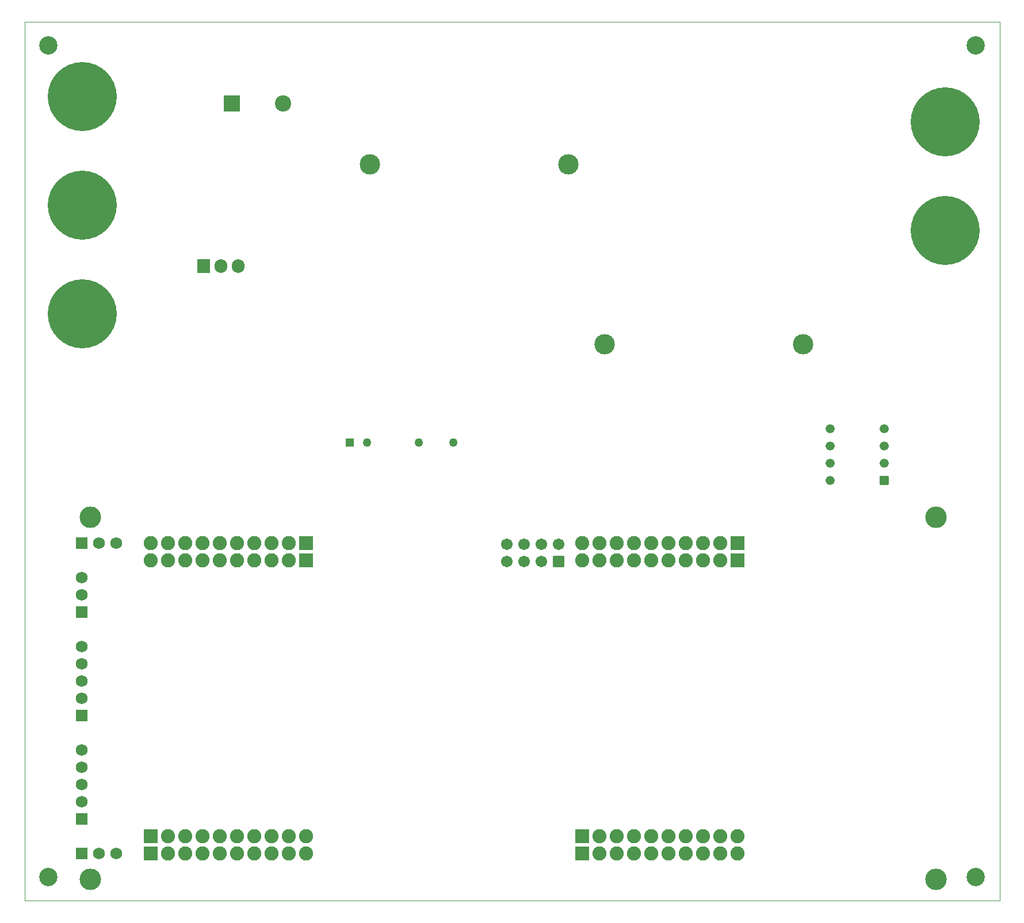
<source format=gbr>
%TF.GenerationSoftware,KiCad,Pcbnew,8.0.7*%
%TF.CreationDate,2025-03-06T09:07:30-05:00*%
%TF.ProjectId,Buck_PCB,4275636b-5f50-4434-922e-6b696361645f,v1*%
%TF.SameCoordinates,Original*%
%TF.FileFunction,Soldermask,Bot*%
%TF.FilePolarity,Negative*%
%FSLAX46Y46*%
G04 Gerber Fmt 4.6, Leading zero omitted, Abs format (unit mm)*
G04 Created by KiCad (PCBNEW 8.0.7) date 2025-03-06 09:07:30*
%MOMM*%
%LPD*%
G01*
G04 APERTURE LIST*
G04 Aperture macros list*
%AMRoundRect*
0 Rectangle with rounded corners*
0 $1 Rounding radius*
0 $2 $3 $4 $5 $6 $7 $8 $9 X,Y pos of 4 corners*
0 Add a 4 corners polygon primitive as box body*
4,1,4,$2,$3,$4,$5,$6,$7,$8,$9,$2,$3,0*
0 Add four circle primitives for the rounded corners*
1,1,$1+$1,$2,$3*
1,1,$1+$1,$4,$5*
1,1,$1+$1,$6,$7*
1,1,$1+$1,$8,$9*
0 Add four rect primitives between the rounded corners*
20,1,$1+$1,$2,$3,$4,$5,0*
20,1,$1+$1,$4,$5,$6,$7,0*
20,1,$1+$1,$6,$7,$8,$9,0*
20,1,$1+$1,$8,$9,$2,$3,0*%
G04 Aperture macros list end*
%ADD10C,10.160000*%
%ADD11C,3.004000*%
%ADD12R,1.905000X2.000000*%
%ADD13O,1.905000X2.000000*%
%ADD14R,2.400000X2.400000*%
%ADD15C,2.400000*%
%ADD16C,2.700000*%
%ADD17C,3.175000*%
%ADD18RoundRect,0.102000X0.939800X0.939800X-0.939800X0.939800X-0.939800X-0.939800X0.939800X-0.939800X0*%
%ADD19C,2.083600*%
%ADD20RoundRect,0.102000X0.762000X0.762000X-0.762000X0.762000X-0.762000X-0.762000X0.762000X-0.762000X0*%
%ADD21C,1.728000*%
%ADD22RoundRect,0.102000X0.750000X0.750000X-0.750000X0.750000X-0.750000X-0.750000X0.750000X-0.750000X0*%
%ADD23C,1.704000*%
%ADD24R,1.270000X1.270000*%
%ADD25C,1.270000*%
%ADD26RoundRect,0.102000X0.565000X0.565000X-0.565000X0.565000X-0.565000X-0.565000X0.565000X-0.565000X0*%
%ADD27C,1.334000*%
%TA.AperFunction,Profile*%
%ADD28C,0.050000*%
%TD*%
G04 APERTURE END LIST*
D10*
%TO.C,J5*%
X28500000Y-101500000D03*
%TD*%
D11*
%TO.C,L1*%
X70790000Y-79500000D03*
X100000000Y-79500000D03*
%TD*%
D12*
%TO.C,Q1*%
X46397780Y-94500000D03*
D13*
X48937780Y-94500000D03*
X51477780Y-94500000D03*
%TD*%
D14*
%TO.C,C3*%
X50500000Y-70500000D03*
D15*
X58000000Y-70500000D03*
%TD*%
D10*
%TO.C,J2*%
X155500000Y-89250000D03*
%TD*%
D16*
%TO.C,REF\u002A\u002A*%
X160000000Y-62000000D03*
%TD*%
D17*
%TO.C,U2*%
X154174000Y-184796000D03*
X154174000Y-131456000D03*
X29714000Y-184796000D03*
X29714000Y-131456000D03*
D18*
X124964000Y-135266000D03*
D19*
X122424000Y-135266000D03*
X119884000Y-135266000D03*
X117344000Y-135266000D03*
X114804000Y-135266000D03*
X112264000Y-135266000D03*
X109724000Y-135266000D03*
X107184000Y-135266000D03*
X104644000Y-135266000D03*
X102104000Y-135266000D03*
D18*
X102104000Y-180986000D03*
D19*
X104644000Y-180986000D03*
X107184000Y-180986000D03*
X109724000Y-180986000D03*
X112264000Y-180986000D03*
X114804000Y-180986000D03*
X117344000Y-180986000D03*
X119884000Y-180986000D03*
X122424000Y-180986000D03*
X124964000Y-180986000D03*
D18*
X124964000Y-137806000D03*
D19*
X122424000Y-137806000D03*
X119884000Y-137806000D03*
X117344000Y-137806000D03*
X114804000Y-137806000D03*
X112264000Y-137806000D03*
X109724000Y-137806000D03*
X107184000Y-137806000D03*
X104644000Y-137806000D03*
X102104000Y-137806000D03*
D18*
X102104000Y-178446000D03*
D19*
X104644000Y-178446000D03*
X107184000Y-178446000D03*
X109724000Y-178446000D03*
X112264000Y-178446000D03*
X114804000Y-178446000D03*
X117344000Y-178446000D03*
X119884000Y-178446000D03*
X122424000Y-178446000D03*
X124964000Y-178446000D03*
D18*
X61464000Y-135266000D03*
D19*
X58924000Y-135266000D03*
X56384000Y-135266000D03*
X53844000Y-135266000D03*
X51304000Y-135266000D03*
X48764000Y-135266000D03*
X46224000Y-135266000D03*
X43684000Y-135266000D03*
X41144000Y-135266000D03*
X38604000Y-135266000D03*
D18*
X38604000Y-180986000D03*
D19*
X41144000Y-180986000D03*
X43684000Y-180986000D03*
X46224000Y-180986000D03*
X48764000Y-180986000D03*
X51304000Y-180986000D03*
X53844000Y-180986000D03*
X56384000Y-180986000D03*
X58924000Y-180986000D03*
X61464000Y-180986000D03*
D18*
X61464000Y-137806000D03*
D19*
X58924000Y-137806000D03*
X56384000Y-137806000D03*
X53844000Y-137806000D03*
X51304000Y-137806000D03*
X48764000Y-137806000D03*
X46224000Y-137806000D03*
X43684000Y-137806000D03*
X41144000Y-137806000D03*
X38604000Y-137806000D03*
D18*
X38604000Y-178446000D03*
D19*
X41144000Y-178446000D03*
X43684000Y-178446000D03*
X46224000Y-178446000D03*
X48764000Y-178446000D03*
X51304000Y-178446000D03*
X53844000Y-178446000D03*
X56384000Y-178446000D03*
X58924000Y-178446000D03*
X61464000Y-178446000D03*
D20*
X28444000Y-180986000D03*
D21*
X30984000Y-180986000D03*
X33524000Y-180986000D03*
D20*
X28444000Y-145426000D03*
D21*
X28444000Y-142886000D03*
X28444000Y-140346000D03*
D20*
X28444000Y-175906000D03*
D21*
X28444000Y-173366000D03*
X28444000Y-170826000D03*
X28444000Y-168286000D03*
X28444000Y-165746000D03*
D20*
X28444000Y-160666000D03*
D21*
X28444000Y-158126000D03*
X28444000Y-155586000D03*
X28444000Y-153046000D03*
X28444000Y-150506000D03*
D20*
X28444000Y-135266000D03*
D21*
X30984000Y-135266000D03*
X33524000Y-135266000D03*
D22*
X98620000Y-138040000D03*
D23*
X98620000Y-135500000D03*
X96080000Y-138040000D03*
X96080000Y-135500000D03*
X93540000Y-138040000D03*
X93540000Y-135500000D03*
X91000000Y-138040000D03*
X91000000Y-135500000D03*
%TD*%
D10*
%TO.C,J3*%
X28500000Y-69500000D03*
%TD*%
%TO.C,J4*%
X155500000Y-73250000D03*
%TD*%
D24*
%TO.C,U4*%
X67850000Y-120500000D03*
D25*
X70390000Y-120500000D03*
X78010000Y-120500000D03*
X83090000Y-120500000D03*
%TD*%
D26*
%TO.C,U1*%
X146500000Y-126080000D03*
D27*
X146500000Y-123540000D03*
X146500000Y-121000000D03*
X146500000Y-118460000D03*
X138560000Y-118460000D03*
X138560000Y-121000000D03*
X138560000Y-123540000D03*
X138560000Y-126080000D03*
%TD*%
D10*
%TO.C,J1*%
X28500000Y-85500000D03*
%TD*%
D16*
%TO.C,REF\u002A\u002A*%
X160000000Y-184500000D03*
%TD*%
%TO.C,REF\u002A\u002A*%
X23500000Y-62000000D03*
%TD*%
%TO.C,REF\u002A\u002A*%
X23500000Y-184500000D03*
%TD*%
D11*
%TO.C,L2*%
X105395000Y-106000000D03*
X134605000Y-106000000D03*
%TD*%
D28*
X20000000Y-58500000D02*
X163500000Y-58500000D01*
X163500000Y-188000000D01*
X20000000Y-188000000D01*
X20000000Y-58500000D01*
M02*

</source>
